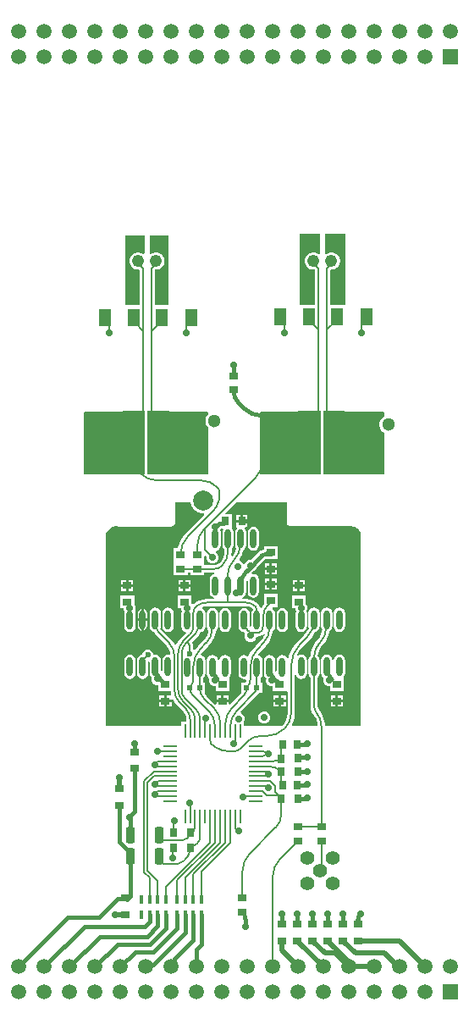
<source format=gtl>
G04*
G04 #@! TF.GenerationSoftware,Altium Limited,Altium Designer,22.4.2 (48)*
G04*
G04 Layer_Physical_Order=1*
G04 Layer_Color=255*
%FSLAX25Y25*%
%MOIN*%
G70*
G04*
G04 #@! TF.SameCoordinates,D9425D36-0AFB-4970-BFF6-08718D8895E8*
G04*
G04*
G04 #@! TF.FilePolarity,Positive*
G04*
G01*
G75*
%ADD11C,0.01575*%
%ADD14C,0.00787*%
%ADD15C,0.00600*%
%ADD18O,0.02362X0.07480*%
%ADD19R,0.03543X0.03150*%
%ADD20R,0.03150X0.03543*%
G04:AMPARAMS|DCode=21|XSize=64.96mil|YSize=35.43mil|CornerRadius=8.86mil|HoleSize=0mil|Usage=FLASHONLY|Rotation=270.000|XOffset=0mil|YOffset=0mil|HoleType=Round|Shape=RoundedRectangle|*
%AMROUNDEDRECTD21*
21,1,0.06496,0.01772,0,0,270.0*
21,1,0.04724,0.03543,0,0,270.0*
1,1,0.01772,-0.00886,-0.02362*
1,1,0.01772,-0.00886,0.02362*
1,1,0.01772,0.00886,0.02362*
1,1,0.01772,0.00886,-0.02362*
%
%ADD21ROUNDEDRECTD21*%
%ADD22R,0.01772X0.03347*%
%ADD23R,0.00900X0.05350*%
%ADD24R,0.05350X0.00900*%
%ADD25R,0.02362X0.01968*%
%ADD26R,0.04528X0.07087*%
%ADD38C,0.00799*%
%ADD39C,0.00799*%
%ADD40C,0.01968*%
%ADD41C,0.05906*%
%ADD42R,0.05906X0.05906*%
%ADD43C,0.05512*%
%ADD44C,0.04780*%
%ADD45C,0.02756*%
%ADD46C,0.02362*%
%ADD47C,0.07874*%
%ADD48C,0.05118*%
G36*
X-45114Y103600D02*
X-45576Y103409D01*
X-45604Y103437D01*
X-46377Y103883D01*
X-47239Y104114D01*
X-48131D01*
X-48993Y103883D01*
X-49766Y103437D01*
X-50397Y102806D01*
X-50844Y102033D01*
X-51075Y101171D01*
Y100278D01*
X-50844Y99416D01*
X-50397Y98643D01*
X-49766Y98012D01*
X-48993Y97566D01*
X-48131Y97334D01*
X-47246D01*
X-47041Y97129D01*
Y83339D01*
X-52740D01*
X-52740Y83339D01*
Y83339D01*
X-52740Y83339D01*
X-53185Y83472D01*
Y111295D01*
X-45114D01*
Y103600D01*
D02*
G37*
G36*
X-114185D02*
X-114647Y103409D01*
X-114675Y103437D01*
X-115448Y103883D01*
X-116310Y104114D01*
X-117202D01*
X-118064Y103883D01*
X-118837Y103437D01*
X-119469Y102806D01*
X-119915Y102033D01*
X-120146Y101171D01*
Y100278D01*
X-119915Y99416D01*
X-119469Y98643D01*
X-118837Y98012D01*
X-118064Y97566D01*
X-117202Y97334D01*
X-116317D01*
X-116112Y97129D01*
Y83295D01*
X-121685D01*
Y110795D01*
X-114185D01*
Y103600D01*
D02*
G37*
G36*
X-35185Y83780D02*
X-35327Y83339D01*
X-41028D01*
Y97215D01*
X-40909Y97334D01*
X-40168D01*
X-39306Y97566D01*
X-38533Y98012D01*
X-37901Y98643D01*
X-37455Y99416D01*
X-37224Y100278D01*
Y101171D01*
X-37455Y102033D01*
X-37901Y102806D01*
X-38533Y103437D01*
X-39306Y103883D01*
X-40168Y104114D01*
X-41060D01*
X-41922Y103883D01*
X-42614Y103484D01*
X-43114Y103650D01*
Y106795D01*
Y111295D01*
X-35185D01*
Y83780D01*
D02*
G37*
G36*
X-104685Y83295D02*
X-110099D01*
Y97215D01*
X-109980Y97334D01*
X-109239D01*
X-108377Y97566D01*
X-107604Y98012D01*
X-106973Y98643D01*
X-106526Y99416D01*
X-106295Y100278D01*
Y101171D01*
X-106526Y102033D01*
X-106973Y102806D01*
X-107604Y103437D01*
X-108377Y103883D01*
X-109239Y104114D01*
X-110131D01*
X-110993Y103883D01*
X-111685Y103484D01*
X-112185Y103650D01*
Y106795D01*
Y110795D01*
X-104685D01*
Y83295D01*
D02*
G37*
G36*
X-44634Y16795D02*
X-68614D01*
Y40933D01*
X-68177Y41266D01*
X-67706D01*
X-67685Y41264D01*
Y41266D01*
X-56185D01*
Y41264D01*
X-56164Y41266D01*
X-55693D01*
X-55545Y41295D01*
X-55394D01*
X-54932Y41387D01*
X-54911Y41389D01*
X-54891Y41395D01*
X-54428Y41487D01*
X-54289Y41545D01*
X-54141Y41574D01*
X-53706Y41755D01*
X-53686Y41761D01*
X-53667Y41771D01*
X-53608Y41795D01*
X-44634D01*
Y16795D01*
D02*
G37*
G36*
X-114205Y16814D02*
X-114220Y16795D01*
X-138185D01*
Y40967D01*
X-138160Y41014D01*
X-137685Y41337D01*
X-137476Y41295D01*
X-137325D01*
X-137178Y41266D01*
X-136706D01*
X-136685Y41264D01*
Y41266D01*
X-125185D01*
Y41264D01*
X-125164Y41266D01*
X-124693D01*
X-124545Y41295D01*
X-124394D01*
X-123932Y41387D01*
X-123911Y41389D01*
X-123891Y41395D01*
X-123428Y41487D01*
X-123289Y41545D01*
X-123141Y41574D01*
X-122706Y41755D01*
X-122686Y41761D01*
X-122667Y41771D01*
X-122608Y41795D01*
X-114205D01*
Y16814D01*
D02*
G37*
G36*
X-35703Y41771D02*
X-35684Y41761D01*
X-35664Y41755D01*
X-35229Y41574D01*
X-35081Y41545D01*
X-34942Y41487D01*
X-34479Y41395D01*
X-34459Y41389D01*
X-34438Y41387D01*
X-33976Y41295D01*
X-33825D01*
X-33678Y41266D01*
X-33206D01*
X-33185Y41264D01*
Y41266D01*
X-21685D01*
Y41264D01*
X-21664Y41266D01*
X-21193D01*
X-21045Y41295D01*
X-20894D01*
X-20432Y41387D01*
X-20411Y41389D01*
X-20391Y41395D01*
X-20114Y41451D01*
X-19709Y41200D01*
X-19618Y41082D01*
X-19614Y41070D01*
Y39580D01*
X-20370Y39143D01*
X-21033Y38481D01*
X-21502Y37669D01*
X-21744Y36764D01*
Y35827D01*
X-21502Y34922D01*
X-21033Y34110D01*
X-20370Y33447D01*
X-19614Y33011D01*
Y16795D01*
X-43614D01*
Y41795D01*
X-35762D01*
X-35703Y41771D01*
D02*
G37*
G36*
X-104703D02*
X-104684Y41761D01*
X-104665Y41755D01*
X-104229Y41574D01*
X-104081Y41545D01*
X-103942Y41487D01*
X-103479Y41395D01*
X-103459Y41389D01*
X-103438Y41387D01*
X-102976Y41295D01*
X-102825D01*
X-102678Y41266D01*
X-102206D01*
X-102185Y41264D01*
Y41266D01*
X-90685D01*
Y41264D01*
X-90664Y41266D01*
X-90193D01*
X-90045Y41295D01*
X-89894D01*
X-89685Y41337D01*
X-89210Y41014D01*
X-89185Y40967D01*
Y40328D01*
X-89533Y39981D01*
X-90001Y39169D01*
X-90244Y38264D01*
Y37327D01*
X-90001Y36421D01*
X-89533Y35610D01*
X-89185Y35262D01*
Y16795D01*
X-113150D01*
X-113185Y16814D01*
Y41795D01*
X-104762D01*
X-104703Y41771D01*
D02*
G37*
G36*
X-96122Y5645D02*
X-95786Y4390D01*
X-95136Y3264D01*
X-94216Y2345D01*
X-93091Y1695D01*
X-91835Y1358D01*
X-90847D01*
X-90640Y858D01*
X-98072Y-6574D01*
X-98078Y-6568D01*
X-99243Y-7933D01*
X-100181Y-9463D01*
X-100867Y-11120D01*
X-101178Y-12413D01*
X-102764D01*
Y-17563D01*
X-102764D01*
Y-17925D01*
X-102764D01*
Y-23075D01*
X-97220D01*
Y-21927D01*
X-96264D01*
Y-23075D01*
X-90720D01*
Y-21927D01*
X-86812D01*
Y-21928D01*
X-86811Y-21928D01*
X-86737Y-22423D01*
X-87188Y-22512D01*
X-87909Y-22994D01*
X-88391Y-23716D01*
X-88560Y-24567D01*
Y-29685D01*
X-88391Y-30536D01*
X-87909Y-31258D01*
X-87188Y-31740D01*
X-86798Y-31817D01*
X-86847Y-32317D01*
X-89664D01*
Y-32305D01*
X-91277Y-32463D01*
X-92828Y-32934D01*
X-94257Y-33698D01*
X-94480Y-33881D01*
X-94855Y-34181D01*
X-94989Y-34253D01*
X-95058Y-34343D01*
X-95681Y-34334D01*
X-95720Y-34295D01*
Y-30898D01*
X-101264D01*
Y-36047D01*
X-99870D01*
Y-36360D01*
X-99528Y-37185D01*
X-99547Y-37212D01*
X-99716Y-38063D01*
Y-43181D01*
X-99547Y-44032D01*
X-99065Y-44754D01*
X-98343Y-45236D01*
X-98039Y-45296D01*
X-97874Y-45839D01*
X-100043Y-48007D01*
X-100043Y-48008D01*
X-100051Y-47999D01*
X-101062Y-49230D01*
X-101671Y-50370D01*
X-102237D01*
X-102446Y-49979D01*
X-103474Y-48726D01*
X-103474Y-48726D01*
X-103837Y-48382D01*
X-107233Y-44985D01*
X-107235Y-44984D01*
X-107236Y-44982D01*
X-107277Y-44955D01*
X-107970Y-44051D01*
X-107996Y-43989D01*
X-107938Y-43902D01*
X-107768Y-43051D01*
Y-37933D01*
X-107938Y-37082D01*
X-108420Y-36361D01*
X-109141Y-35879D01*
X-109992Y-35709D01*
X-110843Y-35879D01*
X-111565Y-36361D01*
X-112047Y-37082D01*
X-112216Y-37933D01*
Y-43051D01*
X-112047Y-43902D01*
X-111565Y-44624D01*
X-110843Y-45106D01*
X-110566Y-45161D01*
X-110179Y-45886D01*
X-109565Y-46633D01*
X-109260Y-47005D01*
X-109257Y-47009D01*
X-109251Y-47003D01*
X-105848Y-50407D01*
X-105501Y-50753D01*
X-105187Y-51123D01*
X-104622Y-51860D01*
X-104080Y-53168D01*
X-103979Y-53935D01*
X-104432Y-54325D01*
X-104992Y-54213D01*
X-105843Y-54382D01*
X-106565Y-54865D01*
X-107047Y-55586D01*
X-107216Y-56437D01*
Y-60455D01*
X-107716Y-60685D01*
X-107768Y-60641D01*
Y-56437D01*
X-107938Y-55586D01*
X-108420Y-54865D01*
X-109141Y-54382D01*
X-109992Y-54213D01*
X-110294Y-54273D01*
X-110681Y-53956D01*
Y-53926D01*
X-111013Y-53124D01*
X-111627Y-52511D01*
X-112428Y-52179D01*
X-113296D01*
X-114098Y-52511D01*
X-114711Y-53124D01*
X-115043Y-53926D01*
Y-54223D01*
X-115843Y-54382D01*
X-116565Y-54865D01*
X-117047Y-55586D01*
X-117216Y-56437D01*
Y-61555D01*
X-117047Y-62406D01*
X-116565Y-63128D01*
X-115843Y-63610D01*
X-114992Y-63779D01*
X-114141Y-63610D01*
X-113420Y-63128D01*
X-112938Y-62406D01*
X-112768Y-61555D01*
Y-56864D01*
X-112716Y-56841D01*
X-112216Y-57170D01*
Y-61555D01*
X-112047Y-62406D01*
X-111565Y-63128D01*
X-111366Y-63261D01*
X-111370Y-63271D01*
Y-64217D01*
X-111008Y-65091D01*
X-110339Y-65760D01*
X-109465Y-66122D01*
X-108764D01*
Y-68590D01*
X-103863D01*
X-103758Y-69649D01*
X-103690Y-69876D01*
X-104060Y-70376D01*
X-105453D01*
Y-72051D01*
X-103581D01*
Y-71793D01*
X-103081Y-71668D01*
X-102375Y-72989D01*
X-101533Y-74015D01*
X-101226Y-74390D01*
X-101223Y-74393D01*
X-101210Y-74381D01*
X-98920Y-76672D01*
X-98920Y-76672D01*
X-98920Y-76672D01*
X-98616Y-77046D01*
X-98248Y-77526D01*
X-97831Y-78532D01*
X-97694Y-79572D01*
X-97702Y-79612D01*
Y-80569D01*
X-99694D01*
Y-82244D01*
X-129463D01*
Y-7242D01*
X-129454Y-7071D01*
X-129405Y-6695D01*
X-129306Y-6199D01*
X-129206Y-5958D01*
X-127239Y-3991D01*
X-126997Y-3891D01*
X-126502Y-3792D01*
X-126126Y-3743D01*
X-125954Y-3734D01*
X-124851D01*
X-124653Y-3774D01*
X-124646Y-3774D01*
Y-3774D01*
X-103724D01*
X-103724Y-3774D01*
X-103717Y-3774D01*
X-103445Y-3720D01*
X-103434Y-3717D01*
X-103132Y-3657D01*
X-103128Y-3656D01*
X-103124Y-3655D01*
X-103121Y-3653D01*
X-103117Y-3651D01*
X-103117Y-3651D01*
X-103117Y-3651D01*
X-102879Y-3492D01*
X-102621Y-3320D01*
X-102621Y-3320D01*
X-102621Y-3320D01*
X-102618Y-3317D01*
X-102615Y-3314D01*
X-102612Y-3311D01*
X-102610Y-3308D01*
X-102451Y-3071D01*
X-102278Y-2813D01*
X-102277Y-2809D01*
X-102274Y-2805D01*
X-102274Y-2802D01*
X-102272Y-2798D01*
X-102272Y-2798D01*
X-102272Y-2798D01*
X-102214Y-2504D01*
X-102212Y-2495D01*
X-102156Y-2213D01*
X-102155Y-2205D01*
X-102156D01*
Y1756D01*
Y5756D01*
X-102123Y5795D01*
X-96122D01*
Y5645D01*
D02*
G37*
G36*
X-83257Y-5011D02*
X-83391Y-5212D01*
X-83561Y-6063D01*
Y-11181D01*
X-83391Y-12032D01*
X-82909Y-12754D01*
X-82764Y-12851D01*
Y-13535D01*
X-82758Y-13566D01*
X-82881Y-14823D01*
X-83257Y-16061D01*
X-83867Y-17202D01*
X-84668Y-18178D01*
X-84694Y-18196D01*
X-84699Y-18203D01*
X-85313Y-18674D01*
X-86036Y-18974D01*
X-86803Y-19075D01*
X-86812Y-19073D01*
X-90720D01*
Y-17925D01*
X-90720D01*
Y-17563D01*
X-90720D01*
Y-15451D01*
X-90259Y-15260D01*
X-89878Y-15640D01*
Y-16473D01*
X-89516Y-17347D01*
X-88847Y-18016D01*
X-87973Y-18378D01*
X-87027D01*
X-86153Y-18016D01*
X-85484Y-17347D01*
X-85122Y-16473D01*
Y-15527D01*
X-85484Y-14653D01*
X-86153Y-13984D01*
X-86178Y-13883D01*
X-85808Y-13300D01*
X-85486Y-13236D01*
X-84764Y-12754D01*
X-84282Y-12032D01*
X-84113Y-11181D01*
Y-6063D01*
X-84282Y-5212D01*
X-84372Y-5077D01*
X-84154Y-4551D01*
X-84114Y-4511D01*
X-83524D01*
X-83257Y-5011D01*
D02*
G37*
G36*
X-58214Y5756D02*
Y1795D01*
Y-2205D01*
X-58098Y-2790D01*
X-57766Y-3286D01*
X-57270Y-3618D01*
X-56685Y-3734D01*
X-32530D01*
X-32359Y-3743D01*
X-31982Y-3792D01*
X-31487Y-3891D01*
X-30860Y-4151D01*
X-30439Y-4431D01*
X-30234Y-4589D01*
X-29877Y-4946D01*
X-29719Y-5152D01*
X-29438Y-5572D01*
X-29178Y-6199D01*
X-29079Y-6695D01*
X-29030Y-7071D01*
X-29021Y-7242D01*
Y-82244D01*
X-43108D01*
X-43198Y-81097D01*
X-43617Y-79353D01*
X-44304Y-77695D01*
X-45241Y-76165D01*
X-45507Y-75854D01*
X-45551Y-75787D01*
X-45823Y-75400D01*
X-45942Y-75222D01*
X-46071Y-74575D01*
X-46065Y-74547D01*
Y-63225D01*
X-45920Y-63128D01*
X-45438Y-62406D01*
X-45268Y-61555D01*
Y-56437D01*
X-45438Y-55586D01*
X-45920Y-54865D01*
X-46029Y-54792D01*
X-45940Y-53891D01*
X-45535Y-52555D01*
X-44877Y-51324D01*
X-44305Y-50627D01*
X-43971Y-50265D01*
X-43971Y-50265D01*
X-42839Y-48885D01*
X-41998Y-47311D01*
X-41480Y-45603D01*
X-41416Y-44955D01*
X-40920Y-44624D01*
X-40438Y-43902D01*
X-40268Y-43051D01*
Y-37933D01*
X-40438Y-37082D01*
X-40920Y-36361D01*
X-41641Y-35879D01*
X-42492Y-35709D01*
X-43343Y-35879D01*
X-44065Y-36361D01*
X-44547Y-37082D01*
X-44716Y-37933D01*
Y-43051D01*
X-44547Y-43902D01*
X-44223Y-44387D01*
X-44287Y-45044D01*
X-44643Y-46215D01*
X-45220Y-47294D01*
X-45682Y-47859D01*
X-46016Y-48220D01*
X-46016Y-48220D01*
X-47257Y-49733D01*
X-48180Y-51459D01*
X-48748Y-53332D01*
X-48887Y-54746D01*
X-49065Y-54865D01*
X-49547Y-55586D01*
X-49716Y-56437D01*
Y-61555D01*
X-49547Y-62406D01*
X-49065Y-63128D01*
X-48919Y-63225D01*
Y-74547D01*
X-48931D01*
X-48774Y-75743D01*
X-48312Y-76857D01*
X-48036Y-77217D01*
X-48022Y-77237D01*
X-48048Y-77260D01*
X-47348Y-78113D01*
X-46554Y-79598D01*
X-46066Y-81210D01*
X-46000Y-81874D01*
X-46336Y-82244D01*
X-55968D01*
X-56225Y-81815D01*
X-55804Y-81029D01*
X-55236Y-79156D01*
X-55045Y-77209D01*
X-55065D01*
Y-62363D01*
X-54565Y-62313D01*
X-54547Y-62406D01*
X-54065Y-63128D01*
X-53343Y-63610D01*
X-52492Y-63779D01*
X-51641Y-63610D01*
X-50920Y-63128D01*
X-50438Y-62406D01*
X-50268Y-61555D01*
Y-56437D01*
X-50438Y-55586D01*
X-50920Y-54865D01*
X-51641Y-54382D01*
X-52492Y-54213D01*
X-53343Y-54382D01*
X-53740Y-54648D01*
X-54122Y-54301D01*
X-53355Y-52867D01*
X-52131Y-51376D01*
X-52054Y-51324D01*
X-49412Y-48682D01*
X-49406Y-48688D01*
X-48241Y-47323D01*
X-47304Y-45793D01*
X-47053Y-45188D01*
X-46641Y-45106D01*
X-45920Y-44624D01*
X-45438Y-43902D01*
X-45268Y-43051D01*
Y-37933D01*
X-45438Y-37082D01*
X-45920Y-36361D01*
X-46641Y-35879D01*
X-47492Y-35709D01*
X-48343Y-35879D01*
X-49065Y-36361D01*
X-49547Y-37082D01*
X-49716Y-37933D01*
Y-43051D01*
X-49551Y-43879D01*
X-49554Y-43890D01*
X-50348Y-45375D01*
X-51376Y-46628D01*
X-51430Y-46664D01*
X-54072Y-49306D01*
X-54072Y-49306D01*
X-54081Y-49297D01*
X-55421Y-50866D01*
X-56499Y-52625D01*
X-57289Y-54531D01*
X-57515Y-55473D01*
X-58048Y-55551D01*
X-58420Y-54994D01*
X-59141Y-54512D01*
X-59992Y-54343D01*
X-60843Y-54512D01*
X-61565Y-54994D01*
X-62047Y-55716D01*
X-62216Y-56567D01*
Y-60523D01*
X-62716Y-60753D01*
X-62768Y-60708D01*
Y-56567D01*
X-62938Y-55716D01*
X-63420Y-54994D01*
X-64141Y-54512D01*
X-64992Y-54343D01*
X-65843Y-54512D01*
X-66565Y-54994D01*
X-67047Y-55716D01*
X-67216Y-56567D01*
Y-61685D01*
X-67047Y-62536D01*
X-66565Y-63257D01*
X-66246Y-63471D01*
X-66370Y-63771D01*
Y-64717D01*
X-66008Y-65591D01*
X-65339Y-66260D01*
X-64465Y-66622D01*
X-63764D01*
Y-68590D01*
X-58220D01*
X-57919Y-68966D01*
Y-77209D01*
X-57911Y-77248D01*
X-58044Y-78598D01*
X-58449Y-79933D01*
X-59107Y-81164D01*
X-59684Y-81867D01*
X-60001Y-82235D01*
X-60001Y-82235D01*
X-60010Y-82244D01*
X-75135D01*
Y-80998D01*
X-74984Y-80847D01*
X-74622Y-79973D01*
Y-79027D01*
X-74984Y-78153D01*
X-75653Y-77484D01*
X-76269Y-77229D01*
X-76275Y-77223D01*
X-76390Y-76660D01*
X-70098Y-70368D01*
X-69740Y-70018D01*
X-69630Y-69892D01*
X-69577Y-69812D01*
X-69576Y-69812D01*
X-69544Y-69763D01*
X-69447Y-69637D01*
X-69133Y-69228D01*
X-67843D01*
Y-65260D01*
X-68565D01*
Y-63355D01*
X-68420Y-63257D01*
X-67938Y-62536D01*
X-67768Y-61685D01*
Y-56567D01*
X-67938Y-55716D01*
X-68420Y-54994D01*
X-69141Y-54512D01*
X-69332Y-54474D01*
X-69489Y-53934D01*
X-68608Y-52860D01*
X-68554Y-52824D01*
X-66837Y-51107D01*
X-66469Y-50768D01*
X-66469Y-50768D01*
X-65227Y-49255D01*
X-64304Y-47529D01*
X-63736Y-45656D01*
X-63663Y-44916D01*
X-63420Y-44754D01*
X-62938Y-44032D01*
X-62768Y-43181D01*
Y-38063D01*
X-62938Y-37212D01*
X-63420Y-36490D01*
X-63684Y-36314D01*
X-63786Y-35645D01*
X-63707Y-35547D01*
X-61721D01*
Y-30398D01*
X-67264D01*
Y-34357D01*
X-67585Y-34748D01*
X-68147Y-35800D01*
X-68664Y-35706D01*
X-68673Y-35640D01*
X-68985Y-34884D01*
X-69478Y-34243D01*
X-69483Y-34235D01*
X-69480Y-34232D01*
X-70473Y-33417D01*
X-71606Y-32812D01*
X-72835Y-32439D01*
X-74114Y-32313D01*
Y-32317D01*
X-75826D01*
X-75875Y-31817D01*
X-75486Y-31740D01*
X-74764Y-31258D01*
X-74282Y-30536D01*
X-74113Y-29685D01*
Y-25183D01*
X-74060Y-25132D01*
X-73561Y-25344D01*
Y-29685D01*
X-73391Y-30536D01*
X-72909Y-31258D01*
X-72188Y-31740D01*
X-71337Y-31909D01*
X-70486Y-31740D01*
X-69764Y-31258D01*
X-69282Y-30536D01*
X-69113Y-29685D01*
Y-24567D01*
X-69282Y-23716D01*
X-69764Y-22994D01*
X-70486Y-22512D01*
X-71337Y-22343D01*
X-71924Y-22460D01*
X-72170Y-21999D01*
X-71633Y-21462D01*
X-71145Y-21260D01*
X-70476Y-20591D01*
X-70274Y-20103D01*
X-66761Y-16590D01*
X-61721D01*
Y-11441D01*
X-67264D01*
Y-12827D01*
X-67349Y-12838D01*
X-68389Y-13269D01*
X-69282Y-13954D01*
X-69281Y-13955D01*
X-72192Y-16866D01*
X-72965D01*
X-73839Y-17228D01*
X-74508Y-17897D01*
X-74778Y-18550D01*
X-75320D01*
X-75484Y-18153D01*
X-76153Y-17484D01*
X-76673Y-17269D01*
X-76824Y-16665D01*
X-76727Y-16547D01*
X-75804Y-14821D01*
X-75282Y-13100D01*
X-74764Y-12754D01*
X-74282Y-12032D01*
X-74113Y-11181D01*
Y-6063D01*
X-74282Y-5212D01*
X-74733Y-4537D01*
X-74611Y-4037D01*
X-73703D01*
Y-2165D01*
X-75878D01*
X-78053D01*
Y-4037D01*
X-78053D01*
X-77940Y-4537D01*
X-78391Y-5212D01*
X-78561Y-6063D01*
Y-11181D01*
X-78391Y-12032D01*
X-78078Y-12501D01*
X-78449Y-13725D01*
X-79107Y-14956D01*
X-79525Y-15465D01*
X-80033Y-15379D01*
X-80069Y-15340D01*
X-79891Y-13535D01*
X-79910D01*
Y-12851D01*
X-79764Y-12754D01*
X-79282Y-12032D01*
X-79113Y-11181D01*
Y-6063D01*
X-79282Y-5212D01*
X-79764Y-4490D01*
X-79839Y-4441D01*
Y1067D01*
X-82242D01*
X-82433Y1529D01*
X-78167Y5795D01*
X-58247D01*
X-58214Y5756D01*
D02*
G37*
G36*
X-89664Y-35171D02*
X-74114D01*
X-74086Y-35166D01*
X-73155Y-35288D01*
X-72262Y-35658D01*
X-71877Y-35953D01*
X-71774Y-36036D01*
X-71565Y-36490D01*
X-72047Y-37212D01*
X-72216Y-38063D01*
Y-42874D01*
X-72229Y-42892D01*
X-72716Y-43113D01*
X-72768Y-43067D01*
Y-38063D01*
X-72938Y-37212D01*
X-73420Y-36490D01*
X-74141Y-36008D01*
X-74992Y-35839D01*
X-75843Y-36008D01*
X-76565Y-36490D01*
X-77047Y-37212D01*
X-77216Y-38063D01*
Y-43181D01*
X-77047Y-44032D01*
X-76565Y-44754D01*
X-75843Y-45236D01*
X-75021Y-45399D01*
X-74721Y-45785D01*
X-74774Y-46038D01*
X-74870Y-46271D01*
Y-47217D01*
X-74508Y-48091D01*
X-73839Y-48760D01*
X-72965Y-49122D01*
X-72019D01*
X-71145Y-48760D01*
X-70476Y-48091D01*
X-70114Y-47217D01*
Y-47155D01*
X-69094Y-47021D01*
X-67935Y-46541D01*
X-67374Y-46111D01*
X-66942Y-46410D01*
X-66949Y-46433D01*
X-67607Y-47664D01*
X-68184Y-48366D01*
X-68501Y-48735D01*
X-68501Y-48735D01*
X-70572Y-50806D01*
X-70578Y-50801D01*
X-71743Y-52165D01*
X-72681Y-53695D01*
X-73083Y-54667D01*
X-73686Y-54816D01*
X-74141Y-54512D01*
X-74992Y-54343D01*
X-75843Y-54512D01*
X-76565Y-54994D01*
X-77047Y-55716D01*
X-77216Y-56567D01*
Y-61685D01*
X-77047Y-62536D01*
X-76565Y-63257D01*
X-75843Y-63740D01*
X-74992Y-63909D01*
X-74428Y-63797D01*
X-73975Y-64184D01*
X-74033Y-64629D01*
X-74295Y-65260D01*
X-76142D01*
Y-69187D01*
X-76297Y-69475D01*
X-76391Y-69625D01*
X-80572Y-73806D01*
X-80578Y-73801D01*
X-80612Y-73841D01*
X-81081Y-73668D01*
Y-73051D01*
X-83453D01*
X-85824D01*
Y-73740D01*
X-86286Y-73932D01*
X-89416Y-70803D01*
X-89769Y-70449D01*
X-90076Y-70076D01*
X-90342Y-69728D01*
X-90342Y-69228D01*
X-90342Y-69228D01*
X-90342Y-69228D01*
Y-65260D01*
X-91065D01*
Y-63355D01*
X-90920Y-63257D01*
X-90438Y-62536D01*
X-90268Y-61685D01*
Y-56567D01*
X-90438Y-55716D01*
X-90920Y-54994D01*
X-91641Y-54512D01*
X-91832Y-54474D01*
X-91989Y-53934D01*
X-91108Y-52860D01*
X-91054Y-52824D01*
X-89337Y-51107D01*
X-88968Y-50768D01*
X-88968Y-50768D01*
X-87727Y-49255D01*
X-86804Y-47529D01*
X-86236Y-45656D01*
X-86163Y-44916D01*
X-85920Y-44754D01*
X-85438Y-44032D01*
X-85268Y-43181D01*
Y-38063D01*
X-85438Y-37212D01*
X-85920Y-36490D01*
X-86641Y-36008D01*
X-87492Y-35839D01*
X-88343Y-36008D01*
X-89065Y-36490D01*
X-89547Y-37212D01*
X-89716Y-38063D01*
Y-43181D01*
X-89547Y-44032D01*
X-89065Y-44754D01*
X-89014Y-44788D01*
X-89044Y-45098D01*
X-89449Y-46433D01*
X-90107Y-47664D01*
X-90684Y-48366D01*
X-91001Y-48735D01*
X-91001Y-48735D01*
X-93072Y-50806D01*
X-93078Y-50801D01*
X-94195Y-52109D01*
X-94581Y-52171D01*
X-94764Y-52174D01*
X-95073Y-51895D01*
Y-50506D01*
X-95073Y-50506D01*
X-95182Y-49960D01*
X-95491Y-49497D01*
X-95238Y-49076D01*
X-93432Y-47270D01*
X-93290Y-47128D01*
X-93271Y-47111D01*
X-93042Y-46937D01*
X-93028Y-46905D01*
X-92767Y-46474D01*
X-92427Y-46060D01*
X-92027Y-45312D01*
X-91641Y-45236D01*
X-90920Y-44754D01*
X-90438Y-44032D01*
X-90268Y-43181D01*
Y-38063D01*
X-90438Y-37212D01*
X-90920Y-36490D01*
X-91547Y-36072D01*
X-91589Y-35548D01*
X-91068Y-35332D01*
X-89736Y-35157D01*
X-89664Y-35171D01*
D02*
G37*
%LPC*%
G36*
X-96160Y-24762D02*
X-98032D01*
Y-26437D01*
X-96160D01*
Y-24762D01*
D02*
G37*
G36*
X-99032D02*
X-100903D01*
Y-26437D01*
X-99032D01*
Y-24762D01*
D02*
G37*
G36*
X-118660D02*
X-120531D01*
Y-26437D01*
X-118660D01*
Y-24762D01*
D02*
G37*
G36*
X-121531D02*
X-123403D01*
Y-26437D01*
X-121531D01*
Y-24762D01*
D02*
G37*
G36*
X-96160Y-27437D02*
X-98032D01*
Y-29112D01*
X-96160D01*
Y-27437D01*
D02*
G37*
G36*
X-99032D02*
X-100903D01*
Y-29112D01*
X-99032D01*
Y-27437D01*
D02*
G37*
G36*
X-118660D02*
X-120531D01*
Y-29112D01*
X-118660D01*
Y-27437D01*
D02*
G37*
G36*
X-121531D02*
X-123403D01*
Y-29112D01*
X-121531D01*
Y-27437D01*
D02*
G37*
G36*
X-114492Y-36217D02*
Y-39992D01*
X-113176D01*
Y-37933D01*
X-113314Y-37238D01*
X-113708Y-36649D01*
X-114297Y-36255D01*
X-114492Y-36217D01*
D02*
G37*
G36*
X-115492D02*
X-115687Y-36255D01*
X-116276Y-36649D01*
X-116670Y-37238D01*
X-116808Y-37933D01*
Y-39992D01*
X-115492D01*
Y-36217D01*
D02*
G37*
G36*
X-113176Y-40992D02*
X-114492D01*
Y-44768D01*
X-114297Y-44729D01*
X-113708Y-44335D01*
X-113314Y-43746D01*
X-113176Y-43051D01*
Y-40992D01*
D02*
G37*
G36*
X-115492D02*
X-116808D01*
Y-43051D01*
X-116670Y-43746D01*
X-116276Y-44335D01*
X-115687Y-44729D01*
X-115492Y-44768D01*
Y-40992D01*
D02*
G37*
G36*
X-104992Y-35709D02*
X-105843Y-35879D01*
X-106565Y-36361D01*
X-107047Y-37082D01*
X-107216Y-37933D01*
Y-43051D01*
X-107047Y-43902D01*
X-106565Y-44624D01*
X-105843Y-45106D01*
X-104992Y-45275D01*
X-104141Y-45106D01*
X-103420Y-44624D01*
X-102938Y-43902D01*
X-102768Y-43051D01*
Y-37933D01*
X-102938Y-37082D01*
X-103420Y-36361D01*
X-104141Y-35879D01*
X-104992Y-35709D01*
D02*
G37*
G36*
X-118220Y-30898D02*
X-123764D01*
Y-36047D01*
X-122370D01*
Y-36360D01*
X-122055Y-37121D01*
X-122216Y-37933D01*
Y-43051D01*
X-122047Y-43902D01*
X-121565Y-44624D01*
X-120843Y-45106D01*
X-119992Y-45275D01*
X-119141Y-45106D01*
X-118420Y-44624D01*
X-117938Y-43902D01*
X-117768Y-43051D01*
Y-37933D01*
X-117930Y-37121D01*
X-117614Y-36360D01*
Y-35414D01*
X-117976Y-34540D01*
X-118220Y-34295D01*
Y-30898D01*
D02*
G37*
G36*
X-119992Y-54213D02*
X-120843Y-54382D01*
X-121565Y-54865D01*
X-122047Y-55586D01*
X-122216Y-56437D01*
Y-61555D01*
X-122047Y-62406D01*
X-121565Y-63128D01*
X-120843Y-63610D01*
X-119992Y-63779D01*
X-119141Y-63610D01*
X-118420Y-63128D01*
X-117938Y-62406D01*
X-117768Y-61555D01*
Y-56437D01*
X-117938Y-55586D01*
X-118420Y-54865D01*
X-119141Y-54382D01*
X-119992Y-54213D01*
D02*
G37*
G36*
X-106453Y-70376D02*
X-108324D01*
Y-72051D01*
X-106453D01*
Y-70376D01*
D02*
G37*
G36*
X-103581Y-73051D02*
X-105453D01*
Y-74726D01*
X-103581D01*
Y-73051D01*
D02*
G37*
G36*
X-106453D02*
X-108324D01*
Y-74726D01*
X-106453D01*
Y-73051D01*
D02*
G37*
G36*
X-73703Y706D02*
X-75378D01*
Y-1165D01*
X-73703D01*
Y706D01*
D02*
G37*
G36*
X-76378D02*
X-78053D01*
Y-1165D01*
X-76378D01*
Y706D01*
D02*
G37*
G36*
X-71337Y-3839D02*
X-72188Y-4008D01*
X-72909Y-4490D01*
X-73391Y-5212D01*
X-73561Y-6063D01*
Y-11181D01*
X-73391Y-12032D01*
X-72909Y-12754D01*
X-72188Y-13236D01*
X-71337Y-13405D01*
X-70486Y-13236D01*
X-69764Y-12754D01*
X-69282Y-12032D01*
X-69113Y-11181D01*
Y-6063D01*
X-69282Y-5212D01*
X-69764Y-4490D01*
X-70486Y-4008D01*
X-71337Y-3839D01*
D02*
G37*
G36*
X-62081Y-18376D02*
X-63953D01*
Y-20051D01*
X-62081D01*
Y-18376D01*
D02*
G37*
G36*
X-64953D02*
X-66824D01*
Y-20051D01*
X-64953D01*
Y-18376D01*
D02*
G37*
G36*
X-62081Y-21051D02*
X-63953D01*
Y-22726D01*
X-62081D01*
Y-21051D01*
D02*
G37*
G36*
X-64953D02*
X-66824D01*
Y-22726D01*
X-64953D01*
Y-21051D01*
D02*
G37*
G36*
X-62160Y-24262D02*
X-64031D01*
Y-25937D01*
X-62160D01*
Y-24262D01*
D02*
G37*
G36*
X-65031D02*
X-66903D01*
Y-25937D01*
X-65031D01*
Y-24262D01*
D02*
G37*
G36*
X-51160Y-24762D02*
X-53031D01*
Y-26437D01*
X-51160D01*
Y-24762D01*
D02*
G37*
G36*
X-54031D02*
X-55903D01*
Y-26437D01*
X-54031D01*
Y-24762D01*
D02*
G37*
G36*
X-62160Y-26937D02*
X-64031D01*
Y-28612D01*
X-62160D01*
Y-26937D01*
D02*
G37*
G36*
X-65031D02*
X-66903D01*
Y-28612D01*
X-65031D01*
Y-26937D01*
D02*
G37*
G36*
X-51160Y-27437D02*
X-53031D01*
Y-29112D01*
X-51160D01*
Y-27437D01*
D02*
G37*
G36*
X-54031D02*
X-55903D01*
Y-29112D01*
X-54031D01*
Y-27437D01*
D02*
G37*
G36*
X-37492Y-35709D02*
X-38343Y-35879D01*
X-39065Y-36361D01*
X-39547Y-37082D01*
X-39716Y-37933D01*
Y-43051D01*
X-39547Y-43902D01*
X-39065Y-44624D01*
X-38343Y-45106D01*
X-37492Y-45275D01*
X-36641Y-45106D01*
X-35920Y-44624D01*
X-35438Y-43902D01*
X-35268Y-43051D01*
Y-37933D01*
X-35438Y-37082D01*
X-35920Y-36361D01*
X-36641Y-35879D01*
X-37492Y-35709D01*
D02*
G37*
G36*
X-50721Y-30898D02*
X-56264D01*
Y-36047D01*
X-54870D01*
Y-36360D01*
X-54554Y-37121D01*
X-54716Y-37933D01*
Y-43051D01*
X-54547Y-43902D01*
X-54065Y-44624D01*
X-53343Y-45106D01*
X-52492Y-45275D01*
X-51641Y-45106D01*
X-50920Y-44624D01*
X-50438Y-43902D01*
X-50268Y-43051D01*
Y-37933D01*
X-50430Y-37121D01*
X-50114Y-36360D01*
Y-35414D01*
X-50476Y-34540D01*
X-50721Y-34295D01*
Y-30898D01*
D02*
G37*
G36*
X-59992Y-35839D02*
X-60843Y-36008D01*
X-61565Y-36490D01*
X-62047Y-37212D01*
X-62216Y-38063D01*
Y-43181D01*
X-62047Y-44032D01*
X-61565Y-44754D01*
X-60843Y-45236D01*
X-59992Y-45405D01*
X-59141Y-45236D01*
X-58420Y-44754D01*
X-57938Y-44032D01*
X-57768Y-43181D01*
Y-38063D01*
X-57938Y-37212D01*
X-58420Y-36490D01*
X-59141Y-36008D01*
X-59992Y-35839D01*
D02*
G37*
G36*
X-37492Y-54213D02*
X-38343Y-54382D01*
X-39065Y-54865D01*
X-39547Y-55586D01*
X-39716Y-56437D01*
Y-60455D01*
X-40216Y-60685D01*
X-40268Y-60641D01*
Y-56437D01*
X-40438Y-55586D01*
X-40920Y-54865D01*
X-41641Y-54382D01*
X-42492Y-54213D01*
X-43343Y-54382D01*
X-44065Y-54865D01*
X-44547Y-55586D01*
X-44716Y-56437D01*
Y-61555D01*
X-44547Y-62406D01*
X-44065Y-63128D01*
X-43703Y-63369D01*
X-43870Y-63771D01*
Y-64717D01*
X-43508Y-65591D01*
X-42839Y-66260D01*
X-41965Y-66622D01*
X-41264D01*
Y-68590D01*
X-35721D01*
Y-63441D01*
X-35721Y-63441D01*
X-35721D01*
X-35795Y-62941D01*
X-35438Y-62406D01*
X-35268Y-61555D01*
Y-56437D01*
X-35438Y-55586D01*
X-35920Y-54865D01*
X-36641Y-54382D01*
X-37492Y-54213D01*
D02*
G37*
G36*
X-58581Y-70376D02*
X-60453D01*
Y-72051D01*
X-58581D01*
Y-70376D01*
D02*
G37*
G36*
X-36081D02*
X-37953D01*
Y-72051D01*
X-36081D01*
Y-70376D01*
D02*
G37*
G36*
X-61453D02*
X-63324D01*
Y-72051D01*
X-61453D01*
Y-70376D01*
D02*
G37*
G36*
X-38953D02*
X-40824D01*
Y-72051D01*
X-38953D01*
Y-70376D01*
D02*
G37*
G36*
X-36081Y-73051D02*
X-37953D01*
Y-74726D01*
X-36081D01*
Y-73051D01*
D02*
G37*
G36*
X-38953D02*
X-40824D01*
Y-74726D01*
X-38953D01*
Y-73051D01*
D02*
G37*
G36*
X-58581D02*
X-60453D01*
Y-74726D01*
X-58581D01*
Y-73051D01*
D02*
G37*
G36*
X-61453D02*
X-63324D01*
Y-74726D01*
X-61453D01*
Y-73051D01*
D02*
G37*
G36*
X-66527Y-76622D02*
X-67473D01*
X-68347Y-76984D01*
X-69016Y-77653D01*
X-69378Y-78527D01*
Y-79473D01*
X-69016Y-80347D01*
X-68347Y-81016D01*
X-67473Y-81378D01*
X-66527D01*
X-65653Y-81016D01*
X-64984Y-80347D01*
X-64622Y-79473D01*
Y-78527D01*
X-64984Y-77653D01*
X-65653Y-76984D01*
X-66527Y-76622D01*
D02*
G37*
G36*
X-82492Y-35839D02*
X-83343Y-36008D01*
X-84065Y-36490D01*
X-84547Y-37212D01*
X-84716Y-38063D01*
Y-43181D01*
X-84547Y-44032D01*
X-84065Y-44754D01*
X-83343Y-45236D01*
X-82492Y-45405D01*
X-81641Y-45236D01*
X-80920Y-44754D01*
X-80438Y-44032D01*
X-80268Y-43181D01*
Y-38063D01*
X-80438Y-37212D01*
X-80920Y-36490D01*
X-81641Y-36008D01*
X-82492Y-35839D01*
D02*
G37*
G36*
Y-54343D02*
X-83343Y-54512D01*
X-84065Y-54994D01*
X-84547Y-55716D01*
X-84716Y-56567D01*
Y-60523D01*
X-85216Y-60753D01*
X-85268Y-60708D01*
Y-56567D01*
X-85438Y-55716D01*
X-85920Y-54994D01*
X-86641Y-54512D01*
X-87492Y-54343D01*
X-88343Y-54512D01*
X-89065Y-54994D01*
X-89547Y-55716D01*
X-89716Y-56567D01*
Y-61685D01*
X-89547Y-62536D01*
X-89065Y-63257D01*
X-88746Y-63471D01*
X-88870Y-63771D01*
Y-64717D01*
X-88508Y-65591D01*
X-87839Y-66260D01*
X-86965Y-66622D01*
X-86264D01*
Y-68590D01*
X-80721D01*
Y-63441D01*
X-80721Y-63441D01*
X-80721D01*
X-80711Y-62945D01*
X-80438Y-62536D01*
X-80268Y-61685D01*
Y-56567D01*
X-80438Y-55716D01*
X-80920Y-54994D01*
X-81641Y-54512D01*
X-82492Y-54343D01*
D02*
G37*
G36*
X-81081Y-70376D02*
X-82953D01*
Y-72051D01*
X-81081D01*
Y-70376D01*
D02*
G37*
G36*
X-83953D02*
X-85824D01*
Y-72051D01*
X-83953D01*
Y-70376D01*
D02*
G37*
%LPD*%
D11*
X-109992Y-58996D02*
G03*
X-107857Y-64151I7290J0D01*
G01*
X-50958Y-105644D02*
G03*
X-49992Y-105244I0J1366D01*
G01*
X-51199Y-89744D02*
G03*
X-49992Y-89244I0J1707D01*
G01*
X-66234Y-14516D02*
G03*
X-67992Y-15244I0J-2487D01*
G01*
X-67142Y-4594D02*
G03*
X-74213Y-1665I-7071J-7071D01*
G01*
X-79185Y49674D02*
G03*
X-77149Y44760I6950J0D01*
G01*
X-75114Y42724D02*
G03*
X-68043Y39795I7071J7071D01*
G01*
X-50234Y-100344D02*
G03*
X-49992Y-100244I0J341D01*
G01*
X-53039Y-94744D02*
G03*
X-53764Y-95044I0J-1024D01*
G01*
X-36185Y-156205D02*
G03*
X-36224Y-156300I95J-95D01*
G01*
X-29185Y-156205D02*
G03*
X-30224Y-158714I2509J-2509D01*
G01*
X-42185Y-156205D02*
G03*
X-42224Y-156300I95J-95D01*
G01*
X-50475Y-110944D02*
G03*
X-49992Y-110744I0J683D01*
G01*
X-54185Y-156205D02*
G03*
X-54224Y-156300I95J-95D01*
G01*
X-48185Y-156205D02*
G03*
X-48224Y-156300I95J-95D01*
G01*
X-60185Y-156205D02*
G03*
X-60224Y-156300I95J-95D01*
G01*
X-74457Y-158426D02*
G03*
X-75685Y-155461I-4193J0D01*
G01*
X-87492Y-59126D02*
G03*
X-85449Y-64059I6977J0D01*
G01*
X-42492Y-58996D02*
G03*
X-40357Y-64151I7290J0D01*
G01*
X-73835Y-21087D02*
G03*
X-76337Y-27126I6039J-6039D01*
G01*
X-64992Y-59126D02*
G03*
X-60782Y-65530I6977J0D01*
G01*
X-107857Y-64151D02*
X-105992Y-66016D01*
X-54276Y-105644D02*
X-50958D01*
X-86500Y-4000D02*
X-86418Y-4082D01*
X-83201Y-2689D02*
X-82413Y-1902D01*
X-84869Y-2689D02*
X-83201D01*
X-86500Y-4000D02*
X-86180D01*
X-82413Y-1902D02*
Y-1705D01*
X-86180Y-4000D02*
X-84869Y-2689D01*
X-86418Y-8540D02*
X-86337Y-8622D01*
X-86418Y-8540D02*
Y-4082D01*
X-73835Y-21087D02*
X-67992Y-15244D01*
X-54276Y-89744D02*
X-51199D01*
X-66234Y-14516D02*
X-64492D01*
X-75878Y-1665D02*
X-74213D01*
X-79185Y49674D02*
Y50039D01*
X-77149Y44760D02*
X-75114Y42724D01*
X-68043Y39795D02*
X-66185D01*
X-53039Y-94744D02*
X-49992D01*
X-53764Y-100344D02*
X-50234D01*
X-67142Y-4594D02*
X-66992Y-4744D01*
X-30224Y-160398D02*
Y-158714D01*
X-36224Y-160398D02*
Y-156300D01*
X-42224Y-160398D02*
Y-156300D01*
X-53764Y-110944D02*
X-50475D01*
X-54224Y-160398D02*
Y-156300D01*
X-48224Y-160398D02*
Y-156300D01*
X-60224Y-160398D02*
Y-156300D01*
X-144433Y-157705D02*
X-132185D01*
X-122068Y-150359D02*
X-121685Y-149976D01*
X-132185Y-157705D02*
X-124840Y-150359D01*
X-122068D01*
X-120972Y-150492D02*
X-119701Y-149221D01*
X-118185Y-92476D02*
Y-89705D01*
X-118146Y-115846D02*
Y-99012D01*
X-120185Y-117885D02*
X-118146Y-115846D01*
X-120185Y-118205D02*
Y-117885D01*
X-124146Y-127823D02*
X-119701Y-132268D01*
X-124146Y-127823D02*
Y-113512D01*
X-119701Y-133744D02*
Y-132268D01*
X-74457Y-161205D02*
Y-158426D01*
X-119701Y-125244D02*
Y-119009D01*
X-120185Y-118524D02*
X-119701Y-119009D01*
X-120185Y-118524D02*
Y-118205D01*
X-163760Y-177032D02*
X-144433Y-157705D01*
X-119701Y-149221D02*
Y-133744D01*
X-137933Y-161205D02*
X-114185D01*
X-153760Y-177032D02*
X-137933Y-161205D01*
X-114185D02*
X-112240Y-159260D01*
X-124933Y-168205D02*
X-112185D01*
X-105842Y-161862D01*
X-133760Y-177032D02*
X-124933Y-168205D01*
X-131933Y-165205D02*
X-113185D01*
X-108992Y-161012D01*
X-143760Y-177032D02*
X-131933Y-165205D01*
X-105842Y-161862D02*
Y-156744D01*
X-112240Y-156843D02*
X-112142Y-156744D01*
X-112240Y-159260D02*
Y-156843D01*
X-101291Y-161811D02*
Y-156744D01*
X-117933Y-171205D02*
X-110685D01*
X-101291Y-161811D01*
X-113760Y-177032D02*
X-112931Y-176203D01*
X-110683D01*
X-98142Y-163661D02*
Y-156744D01*
X-110683Y-176203D02*
X-98142Y-163661D01*
X-103760Y-177032D02*
Y-175860D01*
X-102452Y-174552D01*
Y-173972D01*
X-94992Y-166512D02*
Y-156744D01*
X-102452Y-173972D02*
X-94992Y-166512D01*
X-93685Y-170205D02*
X-91843Y-168362D01*
Y-156744D01*
X-93685Y-176957D02*
Y-170205D01*
X-93760Y-177032D02*
X-93685Y-176957D01*
X-123760Y-177032D02*
X-123760D01*
X-117933Y-171205D01*
X-108992Y-161012D02*
Y-156744D01*
X-79185Y59795D02*
X-79185Y59795D01*
Y55551D02*
Y59795D01*
D14*
X-129894Y78295D02*
X-128110Y76512D01*
Y72441D02*
Y76512D01*
X-114685Y40795D02*
Y64174D01*
X-45614Y40795D02*
Y64174D01*
D15*
X-114685Y40795D02*
Y64174D01*
D18*
X-82492Y-40622D02*
D03*
X-87492D02*
D03*
X-92492D02*
D03*
X-97492D02*
D03*
X-82492Y-59126D02*
D03*
X-87492D02*
D03*
X-92492D02*
D03*
X-97492D02*
D03*
X-119992Y-58996D02*
D03*
X-114992D02*
D03*
X-109992D02*
D03*
X-104992D02*
D03*
X-119992Y-40492D02*
D03*
X-114992D02*
D03*
X-109992D02*
D03*
X-104992D02*
D03*
X-52492Y-58996D02*
D03*
X-47492D02*
D03*
X-42492D02*
D03*
X-37492D02*
D03*
X-52492Y-40492D02*
D03*
X-47492D02*
D03*
X-42492D02*
D03*
X-37492D02*
D03*
X-74992Y-59126D02*
D03*
X-69992D02*
D03*
X-64992D02*
D03*
X-59992D02*
D03*
X-74992Y-40622D02*
D03*
X-69992D02*
D03*
X-64992D02*
D03*
X-59992D02*
D03*
X-86337Y-27126D02*
D03*
X-81337D02*
D03*
X-76337D02*
D03*
X-71337D02*
D03*
X-86337Y-8622D02*
D03*
X-81337D02*
D03*
X-76337D02*
D03*
X-71337D02*
D03*
D19*
X-30185Y-166933D02*
D03*
X-30224Y-160398D02*
D03*
X-36185Y-166933D02*
D03*
X-36224Y-160398D02*
D03*
X-42185Y-166933D02*
D03*
X-42224Y-160398D02*
D03*
X-48185Y-166933D02*
D03*
X-48224Y-160398D02*
D03*
X-54185Y-166933D02*
D03*
X-54224Y-160398D02*
D03*
X-60185Y-166933D02*
D03*
X-60224Y-160398D02*
D03*
X-118146Y-99012D02*
D03*
X-118185Y-92476D02*
D03*
X-124146Y-113512D02*
D03*
X-124185Y-106976D02*
D03*
X-121646Y-156512D02*
D03*
X-121685Y-149976D02*
D03*
X-105953Y-72551D02*
D03*
X-105992Y-66016D02*
D03*
X-83453Y-72551D02*
D03*
X-83492Y-66016D02*
D03*
X-60953Y-72551D02*
D03*
X-60992Y-66016D02*
D03*
X-38453Y-72551D02*
D03*
X-38492Y-66016D02*
D03*
X-64453Y-20551D02*
D03*
X-64492Y-14016D02*
D03*
X-121031Y-26937D02*
D03*
X-120992Y-33472D02*
D03*
X-98532Y-26937D02*
D03*
X-98492Y-33472D02*
D03*
X-64531Y-26437D02*
D03*
X-64492Y-32972D02*
D03*
X-53531Y-26937D02*
D03*
X-53492Y-33472D02*
D03*
X-75685Y-149949D02*
D03*
Y-155461D02*
D03*
X-53685Y-127461D02*
D03*
Y-121949D02*
D03*
X-44492Y-127500D02*
D03*
Y-121988D02*
D03*
X-79185Y55551D02*
D03*
Y50039D02*
D03*
X-99992Y-20500D02*
D03*
Y-14988D02*
D03*
X-93492Y-20500D02*
D03*
Y-14988D02*
D03*
D20*
X-60299Y-110983D02*
D03*
X-53764Y-110944D02*
D03*
X-96185Y-124205D02*
D03*
X-102720Y-124244D02*
D03*
X-96185Y-130205D02*
D03*
X-102720Y-130244D02*
D03*
X-60299Y-95083D02*
D03*
X-53764Y-95044D02*
D03*
X-60299Y-100383D02*
D03*
X-53764Y-100344D02*
D03*
X-75878Y-1665D02*
D03*
X-82413Y-1705D02*
D03*
X-59787Y-89744D02*
D03*
X-54276D02*
D03*
X-59787Y-105644D02*
D03*
X-54276D02*
D03*
D21*
X-108283Y-125244D02*
D03*
X-119701D02*
D03*
X-108283Y-133744D02*
D03*
X-119701D02*
D03*
D22*
X-115291Y-156744D02*
D03*
Y-150445D02*
D03*
X-112142Y-156744D02*
D03*
X-105842D02*
D03*
X-108992D02*
D03*
Y-150445D02*
D03*
X-105842D02*
D03*
X-112142D02*
D03*
X-101291Y-156744D02*
D03*
X-98142D02*
D03*
X-91843D02*
D03*
X-94992D02*
D03*
Y-150445D02*
D03*
X-91843D02*
D03*
X-98142D02*
D03*
X-101291D02*
D03*
D23*
X-78554Y-84244D02*
D03*
X-90368D02*
D03*
X-94306Y-117894D02*
D03*
X-92337D02*
D03*
X-78554D02*
D03*
X-76585D02*
D03*
X-80523D02*
D03*
X-82492D02*
D03*
X-84461D02*
D03*
X-86430D02*
D03*
X-88399D02*
D03*
X-90368D02*
D03*
X-96275D02*
D03*
X-98244D02*
D03*
Y-84244D02*
D03*
X-96275D02*
D03*
X-94306D02*
D03*
X-92337D02*
D03*
X-88399D02*
D03*
X-86430D02*
D03*
X-84461D02*
D03*
X-82492D02*
D03*
X-80523D02*
D03*
X-76585D02*
D03*
D24*
X-104240Y-92209D02*
D03*
Y-96147D02*
D03*
Y-98116D02*
D03*
Y-104023D02*
D03*
Y-105992D02*
D03*
Y-107961D02*
D03*
Y-109930D02*
D03*
X-70590D02*
D03*
Y-107961D02*
D03*
Y-105992D02*
D03*
Y-104023D02*
D03*
Y-102054D02*
D03*
Y-100085D02*
D03*
Y-98116D02*
D03*
Y-96147D02*
D03*
Y-94178D02*
D03*
Y-92209D02*
D03*
Y-90240D02*
D03*
Y-111899D02*
D03*
X-104240D02*
D03*
Y-102054D02*
D03*
Y-100085D02*
D03*
Y-94178D02*
D03*
Y-90240D02*
D03*
D25*
X-73961Y-67244D02*
D03*
X-70024D02*
D03*
X-96461Y-67244D02*
D03*
X-92524D02*
D03*
D26*
X-49476Y78795D02*
D03*
X-60894D02*
D03*
X-118476Y78295D02*
D03*
X-129894D02*
D03*
X-26779Y78795D02*
D03*
X-38591D02*
D03*
X-95780Y78295D02*
D03*
X-107591D02*
D03*
D38*
X-65575Y-34556D02*
G03*
X-67492Y-39183I4628J-4628D01*
G01*
X-67959Y-44759D02*
G03*
X-67492Y-42623I-4654J2136D01*
G01*
X-70337Y-45744D02*
G03*
X-67959Y-44759I0J3362D01*
G01*
X-90563Y-4583D02*
G03*
X-93492Y-11654I7071J-7071D01*
G01*
X-70513Y15467D02*
G03*
X-67685Y22295I-6828J6828D01*
G01*
X-97926Y-49746D02*
G03*
X-99573Y-53724I3983J-3978D01*
G01*
X-92063Y-51815D02*
G03*
X-94992Y-58886I7071J-7071D01*
G01*
X-97924Y-49744D02*
G03*
X-97926Y-49746I3980J-3980D01*
G01*
X-94299Y-46119D02*
G03*
X-94292Y-46112I-915J922D01*
G01*
X-86812Y-20500D02*
G03*
X-83685Y-19205I0J4422D01*
G01*
D02*
G03*
X-81337Y-13535I-5670J5670D01*
G01*
X-84685Y9381D02*
G03*
X-85685Y11795I-3414J0D01*
G01*
X-84938Y6419D02*
G03*
X-84685Y8545I-8800J2126D01*
G01*
X-85958Y3917D02*
G03*
X-84938Y6419I-7781J4629D01*
G01*
X-87337Y2144D02*
G03*
X-85958Y3917I-6402J6402D01*
G01*
X-85685Y11795D02*
G03*
X-91721Y14295I-6036J-6036D01*
G01*
X-116114Y17224D02*
G03*
X-109043Y14295I7071J7071D01*
G01*
X-97063Y-7583D02*
G03*
X-99992Y-14654I7071J-7071D01*
G01*
X-65492Y-101244D02*
G03*
X-66652Y-100085I-1159J0D01*
G01*
X-66302Y-102054D02*
G03*
X-65492Y-101244I0J809D01*
G01*
Y-106744D02*
G03*
X-66245Y-105992I-752J0D01*
G01*
X-65492Y-93244D02*
G03*
X-67992Y-92209I-2500J-2500D01*
G01*
X-67746Y-94178D02*
G03*
X-65492Y-93244I0J3187D01*
G01*
X-75178Y-109930D02*
G03*
X-75492Y-110244I0J-314D01*
G01*
X-78554Y-122182D02*
G03*
X-76992Y-123744I1562J0D01*
G01*
X-89992Y-79244D02*
G03*
X-90368Y-80152I908J-908D01*
G01*
X-62638Y-122390D02*
G03*
X-60299Y-116744I-5646J5646D01*
G01*
X-72756Y-132508D02*
G03*
X-75685Y-139579I7071J-7071D01*
G01*
X-60299Y-100284D02*
G03*
X-65533Y-98116I-5234J-5234D01*
G01*
X-60299Y-104408D02*
G03*
X-59787Y-105644I1747J0D01*
G01*
X-108771Y-104023D02*
G03*
X-109992Y-105244I0J-1221D01*
G01*
D02*
G03*
X-109245Y-105992I747J0D01*
G01*
X-108283Y-126744D02*
G03*
X-107783Y-127244I500J0D01*
G01*
X-99224D02*
G03*
X-96185Y-124205I0J3039D01*
G01*
D02*
G03*
X-94306Y-122326I0J1879D01*
G01*
X-63590Y-96147D02*
G03*
X-60299Y-94784I0J4654D01*
G01*
X-59787Y-89744D02*
G03*
X-60299Y-90980I1236J-1236D01*
G01*
X-102492Y-119744D02*
G03*
X-102720Y-119972I0J-228D01*
G01*
X-78992Y-89244D02*
G03*
X-78554Y-88187I-1057J1057D01*
G01*
X-109992Y-109244D02*
G03*
X-109307Y-109930I685J0D01*
G01*
X-108709Y-107961D02*
G03*
X-109992Y-109244I0J-1283D01*
G01*
X-96185Y-129705D02*
G03*
X-92337Y-125857I0J3848D01*
G01*
X-102724Y-136744D02*
G03*
X-96331Y-131577I0J6539D01*
G01*
X-107034Y-136494D02*
G03*
X-105992Y-136744I1042J2041D01*
G01*
X-108033Y-135495D02*
G03*
X-107034Y-136494I2041J1042D01*
G01*
X-108283Y-134453D02*
G03*
X-108033Y-135495I2291J0D01*
G01*
X-109992Y-97744D02*
G03*
X-109621Y-98116I372J0D01*
G01*
X-108395Y-96147D02*
G03*
X-109992Y-97744I0J-1598D01*
G01*
X-102720Y-130244D02*
G03*
X-102992Y-130516I0J-272D01*
G01*
X-60831Y-134607D02*
G03*
X-63760Y-141677I7071J-7071D01*
G01*
X-53685Y-121949D02*
G03*
X-53590Y-121988I95J95D01*
G01*
X-96275Y-112961D02*
G03*
X-96492Y-112744I-217J0D01*
G01*
X-99573Y-68282D02*
G03*
X-98242Y-71494I4543J0D01*
G01*
X-100992Y-67916D02*
G03*
X-98992Y-72744I6828J0D01*
G01*
X-102492Y-67842D02*
G03*
X-100204Y-73369I7821J0D01*
G01*
D02*
G03*
X-100201Y-73372I5533J5527D01*
G01*
X-93989Y-75747D02*
G03*
X-93992Y-75744I-3998J-3993D01*
G01*
X-92524Y-67244D02*
G03*
X-90778Y-71458I5959J0D01*
G01*
X-96461Y-67244D02*
G03*
X-95378Y-69858I3697J0D01*
G01*
X-93024Y-67244D02*
G03*
X-92492Y-65961I-1283J1283D01*
G01*
X-96461Y-67244D02*
G03*
X-94992Y-63699I-3545J3545D01*
G01*
X-97909Y-75664D02*
G03*
X-97911Y-75663I-3950J-3948D01*
G01*
X-79563Y-74815D02*
G03*
X-82492Y-81886I7071J-7071D01*
G01*
X-77594Y-75846D02*
G03*
X-80523Y-82917I7071J-7071D01*
G01*
X-84461Y-80647D02*
G03*
X-86492Y-75744I-6934J0D01*
G01*
X-73961Y-67244D02*
G03*
X-72492Y-63699I-3545J3545D01*
G01*
X-75353Y-70604D02*
G03*
X-73961Y-67244I-3360J3360D01*
G01*
X-99034Y-49016D02*
G03*
X-100992Y-53744I4728J-4728D01*
G01*
X-102492Y-54572D02*
G03*
X-104492Y-49744I-6828J0D01*
G01*
X-96275Y-79612D02*
G03*
X-97909Y-75664I-5585J0D01*
G01*
X-94306Y-79744D02*
G03*
X-95942Y-75794I-5587J0D01*
G01*
X-92337Y-79740D02*
G03*
X-93989Y-75747I-5650J0D01*
G01*
X-86430Y-82429D02*
G03*
X-88992Y-76244I-8747J0D01*
G01*
X-96316Y-46299D02*
G03*
X-96314Y-46296I-3197J3197D01*
G01*
X-94162Y-45963D02*
G03*
X-92613Y-42800I-5042J4431D01*
G01*
X-94292Y-46112D02*
G03*
X-94187Y-45993I-922J915D01*
G01*
X-92613Y-42800D02*
G03*
X-92492Y-41532I-6591J1268D01*
G01*
X-89992Y-49744D02*
G03*
X-87492Y-43709I-6036J6036D01*
G01*
X-94162Y-45963D02*
G03*
X-94187Y-45993I603J-524D01*
G01*
X-96314Y-46296D02*
G03*
X-94992Y-43102I-3200J3195D01*
G01*
X-109992Y-41769D02*
G03*
X-109705Y-43599I5975J0D01*
G01*
D02*
G03*
X-108245Y-45991I5688J1830D01*
G01*
D02*
G03*
X-108242Y-45994I4228J4222D01*
G01*
X-44492Y-82886D02*
G03*
X-46959Y-76309I-10000J0D01*
G01*
X-47492Y-74547D02*
G03*
X-46959Y-76309I3181J0D01*
G01*
D02*
G03*
X-46560Y-76796I2649J1762D01*
G01*
X-44992Y-139244D02*
G03*
X-44492Y-138037I-1207J1207D01*
G01*
X-50421Y-47673D02*
G03*
X-47492Y-40602I-7071J7071D01*
G01*
X-44992Y-49244D02*
G03*
X-47492Y-55280I6036J-6036D01*
G01*
X-53063Y-50315D02*
G03*
X-56492Y-58593I8278J-8278D01*
G01*
X-44992Y-49244D02*
G03*
X-42748Y-43826I-5418J5418D01*
G01*
X-89664Y-33744D02*
G03*
X-93969Y-35272I0J-6828D01*
G01*
D02*
G03*
X-94992Y-37742I2470J-2470D01*
G01*
X-69563Y-51815D02*
G03*
X-72492Y-58886I7071J-7071D01*
G01*
X-70492Y-35244D02*
G03*
X-74114Y-33744I-3621J-3621D01*
G01*
X-69992Y-36451D02*
G03*
X-70492Y-35244I-1707J0D01*
G01*
X-67492Y-49744D02*
G03*
X-64992Y-43709I-6036J6036D01*
G01*
X-78992Y-92244D02*
G03*
X-76432Y-91183I0J3621D01*
G01*
X-86395Y-90600D02*
G03*
X-80902Y-92244I5493J8356D01*
G01*
X-88399Y-87837D02*
G03*
X-88025Y-89263I2907J0D01*
G01*
X-87973Y-89315D02*
G03*
X-86395Y-90600I7071J7071D01*
G01*
X-78992Y-17036D02*
G03*
X-76492Y-11001I-6036J6036D01*
G01*
X-78992Y-17036D02*
G03*
X-81492Y-23072I6036J-6036D01*
G01*
X-70639Y-68883D02*
G03*
X-70024Y-67244I-1875J1639D01*
G01*
X-74992Y-41372D02*
G03*
X-73669Y-44568I4519J0D01*
G01*
X-70753Y-69005D02*
G03*
X-70639Y-68883I-1761J1761D01*
G01*
X-66134Y-86244D02*
G03*
X-59063Y-83315I0J10000D01*
G01*
X-58992Y-83244D02*
G03*
X-56492Y-77209I-6036J6036D01*
G01*
X-68664Y-86244D02*
G03*
X-73492Y-88244I0J-6828D01*
G01*
X-67492Y-42623D02*
Y-39183D01*
X-71914Y-45744D02*
X-70337D01*
X-90563Y-4583D02*
X-70513Y15467D01*
X-90563Y-12937D02*
Y-4583D01*
Y-12937D02*
X-87500Y-16000D01*
X-99573Y-68282D02*
Y-53724D01*
X-114992Y-56463D02*
X-112889Y-54360D01*
X-112862D01*
X-114992Y-58996D02*
Y-56463D01*
X-96500Y-53882D02*
Y-50506D01*
X-97262Y-49744D02*
X-96500Y-50506D01*
X-97924Y-49744D02*
X-97262D01*
X-92063Y-51815D02*
X-89992Y-49744D01*
X-95378Y-69858D02*
X-95378Y-69858D01*
X-97924Y-49744D02*
X-94299Y-46119D01*
X-94292Y-46112D01*
X-70539Y-108011D02*
X-67879D01*
X-66278Y-109611D02*
X-61474D01*
X-67879Y-108011D02*
X-66278Y-109611D01*
X-70590Y-107961D02*
X-70539Y-108011D01*
X-64714Y-104023D02*
X-62789Y-105948D01*
Y-108297D02*
Y-105948D01*
X-61474Y-109611D02*
X-60299Y-110787D01*
X-62789Y-108297D02*
X-61474Y-109611D01*
X-60299Y-110983D02*
Y-110787D01*
X-70590Y-104023D02*
X-64714D01*
X-60299Y-116744D02*
Y-110983D01*
X-114291Y-139782D02*
Y-104043D01*
X-110333Y-100085D01*
X-97644Y74796D02*
Y76431D01*
X-97756Y72295D02*
Y74683D01*
X-97644Y76431D02*
X-95780Y78295D01*
X-97756Y74683D02*
X-97644Y74796D01*
X-60894Y78795D02*
X-59039Y76941D01*
Y72441D02*
Y76941D01*
X-28685Y74872D02*
X-28644Y74913D01*
X-28685Y72295D02*
Y74872D01*
X-28644Y76931D02*
X-26779Y78795D01*
X-28644Y74913D02*
Y76931D01*
X-42455Y41526D02*
Y73652D01*
Y97806D01*
X-39091Y77516D02*
Y78795D01*
X-42455Y73652D02*
X-38591Y77516D01*
X-45614Y73653D02*
Y97720D01*
Y64174D02*
Y73653D01*
X-49476Y77516D02*
Y78795D01*
Y77516D02*
X-45614Y73653D01*
X-47685Y99791D02*
Y100724D01*
Y99791D02*
X-45614Y97720D01*
X-42685Y38295D02*
Y41295D01*
X-42455Y41526D01*
X-111526D02*
Y73080D01*
X-107591Y77016D02*
Y78295D01*
X-111526Y73080D02*
X-107591Y77016D01*
X-114685Y73224D02*
Y97720D01*
Y64174D02*
Y73224D01*
X-118476Y77016D02*
X-114685Y73224D01*
X-118476Y77016D02*
Y78295D01*
X-116756Y99791D02*
Y100724D01*
Y99791D02*
X-114685Y97720D01*
X-111526Y73080D02*
Y97806D01*
X-93492Y-20500D02*
X-86812D01*
X-81337Y-13535D02*
Y-8622D01*
X-84685Y8545D02*
Y9381D01*
X-97063Y-7583D02*
X-87337Y2144D01*
X-109043Y14295D02*
X-91721D01*
X-117685Y18795D02*
X-116114Y17224D01*
X-116185Y17795D02*
X-116114Y17724D01*
X-99992Y-14988D02*
Y-14654D01*
X-93492Y-14988D02*
Y-11654D01*
X-111526Y97806D02*
X-109685Y99647D01*
X-42455Y97806D02*
X-40614Y99647D01*
X-70590Y-94178D02*
X-67746D01*
X-70590Y-92209D02*
X-67992D01*
X-70590Y-100085D02*
X-66652D01*
X-70590Y-102054D02*
X-66302D01*
X-70590Y-105992D02*
X-66245D01*
X-75178Y-109930D02*
X-70590D01*
X-90368Y-84244D02*
Y-80152D01*
X-78554Y-122182D02*
Y-117894D01*
X-59185Y72295D02*
X-59039Y72441D01*
X-45614Y36866D02*
Y40795D01*
X-47185Y35295D02*
X-45614Y36866D01*
X-40614Y99647D02*
Y100724D01*
X-117685Y20295D02*
Y32295D01*
X-72756Y-132508D02*
X-62638Y-122390D01*
X-75685Y-149949D02*
Y-139579D01*
X-60299Y-104408D02*
Y-100383D01*
X-70590Y-98116D02*
X-65533D01*
X-108771Y-104023D02*
X-104240D01*
X-109245Y-105992D02*
X-104240D01*
X-107783Y-127244D02*
X-99224D01*
X-94306Y-122326D02*
Y-117894D01*
X-108957Y-92209D02*
X-104240D01*
X-108992Y-92244D02*
X-108957Y-92209D01*
X-60299Y-95083D02*
Y-94784D01*
Y-90980D01*
X-70590Y-96147D02*
X-63590D01*
X-102720Y-124244D02*
Y-119972D01*
X-78554Y-88187D02*
Y-84244D01*
X-109307Y-109930D02*
X-104240D01*
X-108709Y-107961D02*
X-104240D01*
X-92337Y-125857D02*
Y-117894D01*
X-96331Y-131577D02*
X-96185Y-130205D01*
X-105992Y-136744D02*
X-102724D01*
X-108283Y-134453D02*
Y-133744D01*
X-109621Y-98116D02*
X-104240D01*
X-108395Y-96147D02*
X-104240D01*
X-102992Y-134244D02*
Y-130516D01*
X-60831Y-134607D02*
X-53685Y-127461D01*
X-63760Y-177032D02*
Y-141677D01*
X-44492Y-121988D02*
Y-82886D01*
X-53590Y-121988D02*
X-44492D01*
X-86430Y-128182D02*
Y-117894D01*
X-80523Y-128275D02*
Y-117894D01*
X-84461Y-128213D02*
Y-117894D01*
X-82492Y-128244D02*
Y-117894D01*
X-88399Y-128151D02*
Y-117894D01*
X-105842Y-150445D02*
Y-145595D01*
X-94992Y-150445D02*
Y-140744D01*
X-101291Y-150445D02*
Y-143043D01*
X-98142Y-150445D02*
Y-141894D01*
X-91843Y-150445D02*
Y-139594D01*
X-108992Y-150445D02*
Y-143244D01*
X-112161Y-150426D02*
Y-141913D01*
Y-150426D02*
X-112142Y-150445D01*
X-101291Y-143043D02*
X-86430Y-128182D01*
X-94992Y-140744D02*
X-82492Y-128244D01*
X-91843Y-139594D02*
X-80523Y-128275D01*
X-98142Y-141894D02*
X-84461Y-128213D01*
X-105842Y-145595D02*
X-88399Y-128151D01*
X-96275Y-117894D02*
Y-112961D01*
X-114291Y-139782D02*
X-112161Y-141913D01*
X-112992Y-104744D02*
X-110302Y-102054D01*
X-112992Y-139244D02*
Y-104744D01*
Y-139244D02*
X-108992Y-143244D01*
X-110333Y-100085D02*
X-104240D01*
X-110302Y-102054D02*
X-104240D01*
X-102492Y-67842D02*
Y-54572D01*
X-100992Y-67916D02*
Y-53744D01*
X-79563Y-74815D02*
X-75353Y-70604D01*
X-90778Y-71458D02*
X-86492Y-75744D01*
X-95378Y-69858D02*
X-88992Y-76244D01*
X-92492Y-65961D02*
Y-60374D01*
X-94992Y-63699D02*
Y-58886D01*
X-98242Y-71494D02*
X-93992Y-75744D01*
X-98992Y-72744D02*
X-95942Y-75794D01*
X-100201Y-73372D02*
X-97911Y-75663D01*
X-80523Y-84207D02*
X-80489Y-84241D01*
X-80523Y-84244D02*
Y-84207D01*
Y-82917D01*
X-84461Y-84244D02*
Y-80647D01*
X-82492Y-84244D02*
Y-81886D01*
X-72492Y-63699D02*
Y-58886D01*
X-73669Y-44568D02*
X-72901Y-45336D01*
X-96275Y-84244D02*
Y-79612D01*
X-94306Y-84244D02*
Y-79744D01*
X-92337Y-84244D02*
Y-79740D01*
X-86430Y-84244D02*
Y-82429D01*
X-99034Y-49016D02*
X-96316Y-46299D01*
X-108242Y-45994D02*
X-104492Y-49744D01*
X-47492Y-74547D02*
Y-58996D01*
X-44992Y-127744D02*
X-44492Y-128244D01*
X-44492Y-128244D01*
X-44492Y-128244D02*
Y-127500D01*
Y-138037D02*
Y-128244D01*
X-47492Y-58996D02*
Y-55280D01*
Y-40602D02*
Y-40492D01*
X-53063Y-50315D02*
X-50421Y-47673D01*
X-99992Y-20500D02*
X-93492D01*
X-87492Y-43709D02*
Y-39114D01*
X-92613Y-40743D02*
X-92492Y-40622D01*
Y-41532D02*
Y-40622D01*
X-92613Y-42800D02*
Y-40743D01*
X-89664Y-33744D02*
X-78992D01*
X-81337Y-33369D02*
Y-27126D01*
X-109992Y-41769D02*
Y-40492D01*
X-94992Y-43102D02*
Y-37742D01*
X-69563Y-51815D02*
X-67492Y-49744D01*
X-64992Y-43709D02*
Y-39244D01*
X-78992Y-33744D02*
X-74114D01*
X-69992Y-40622D02*
Y-36451D01*
X-77594Y-75846D02*
X-70753Y-69005D01*
X-81492Y-27796D02*
Y-23072D01*
X-76432Y-91183D02*
X-73492Y-88244D01*
X-80902Y-92244D02*
X-78992D01*
X-88399Y-87837D02*
Y-84244D01*
X-88025Y-89263D02*
X-87973Y-89315D01*
X-88025Y-89263D02*
X-88025Y-89263D01*
X-81337Y-8622D02*
Y-5744D01*
X-65575Y-34556D02*
X-64492Y-33472D01*
X-70024Y-67244D02*
X-69992Y-67213D01*
Y-60504D01*
X-56492Y-77209D02*
Y-58593D01*
X-59063Y-83315D02*
X-58992Y-83244D01*
X-68664Y-86244D02*
X-66134D01*
D39*
X-95378Y-69858D02*
D03*
D40*
X-41988Y-166933D02*
X-31890Y-177032D01*
X-23760D01*
X-42185Y-166933D02*
X-41988D01*
X-43216Y-171705D02*
X-39087D01*
X-33760Y-177032D01*
X-48185Y-166933D02*
X-47988D01*
X-43216Y-171705D01*
X-53988Y-166933D02*
X-43890Y-177032D01*
X-54185Y-166933D02*
X-53988D01*
X-43890Y-177032D02*
X-43760D01*
X-60185Y-170606D02*
X-53760Y-177032D01*
X-60185Y-170606D02*
Y-166933D01*
X-35988D02*
X-31216Y-171705D01*
X-19685D01*
X-36185Y-166933D02*
X-35988D01*
X-19685Y-171705D02*
X-14358Y-177032D01*
X-13760D01*
X-13858Y-166933D02*
X-3760Y-177032D01*
X-30185Y-166933D02*
X-13858D01*
X-53760Y-177032D02*
Y-175966D01*
X-125685Y-156705D02*
X-125589Y-156608D01*
X-121742D02*
X-121646Y-156512D01*
X-125589Y-156608D02*
X-121742D01*
X-124185Y-106976D02*
Y-102705D01*
D41*
X-163760Y190921D02*
D03*
Y180921D02*
D03*
X-153760Y190921D02*
D03*
Y180921D02*
D03*
X-143760Y190921D02*
D03*
Y180921D02*
D03*
X-133760Y190921D02*
D03*
Y180921D02*
D03*
X-123760Y190921D02*
D03*
Y180921D02*
D03*
X-113760Y190921D02*
D03*
Y180921D02*
D03*
X-103760Y190921D02*
D03*
Y180921D02*
D03*
X-93760Y190921D02*
D03*
Y180921D02*
D03*
X-83760Y190921D02*
D03*
Y180921D02*
D03*
X-73760Y190921D02*
D03*
Y180921D02*
D03*
X-63760Y190921D02*
D03*
Y180921D02*
D03*
X-53760Y190921D02*
D03*
Y180921D02*
D03*
X-43760Y190921D02*
D03*
Y180921D02*
D03*
X-33760Y190921D02*
D03*
Y180921D02*
D03*
X-23760Y190921D02*
D03*
Y180921D02*
D03*
X-13760Y190921D02*
D03*
Y180921D02*
D03*
X-3760Y190921D02*
D03*
Y180921D02*
D03*
X6240Y190921D02*
D03*
X-163760Y-177032D02*
D03*
Y-187031D02*
D03*
X-153760Y-177032D02*
D03*
Y-187031D02*
D03*
X-143760Y-177032D02*
D03*
Y-187031D02*
D03*
X-133760Y-177032D02*
D03*
Y-187031D02*
D03*
X-123760Y-177032D02*
D03*
Y-187031D02*
D03*
X-113760Y-177032D02*
D03*
Y-187031D02*
D03*
X-103760Y-177032D02*
D03*
Y-187031D02*
D03*
X-93760Y-177032D02*
D03*
Y-187031D02*
D03*
X-83760Y-177032D02*
D03*
Y-187031D02*
D03*
X-73760Y-177032D02*
D03*
Y-187031D02*
D03*
X-63760Y-177032D02*
D03*
Y-187031D02*
D03*
X-53760Y-177032D02*
D03*
Y-187031D02*
D03*
X-43760Y-177032D02*
D03*
Y-187031D02*
D03*
X-33760Y-177032D02*
D03*
Y-187031D02*
D03*
X-23760Y-177032D02*
D03*
Y-187031D02*
D03*
X-13760Y-177032D02*
D03*
Y-187031D02*
D03*
X-3760Y-177032D02*
D03*
Y-187031D02*
D03*
X6240Y-177032D02*
D03*
D42*
Y180921D02*
D03*
Y-187031D02*
D03*
D43*
X-44992Y-139244D02*
D03*
X-39992Y-144244D02*
D03*
Y-134244D02*
D03*
X-49992D02*
D03*
Y-144244D02*
D03*
D44*
X-116756Y107795D02*
D03*
X-109685D02*
D03*
Y100724D02*
D03*
X-116756D02*
D03*
X-47685Y107795D02*
D03*
X-40614D02*
D03*
Y100724D02*
D03*
X-47685D02*
D03*
D45*
X-78000Y-30000D02*
D03*
X-77000Y-79500D02*
D03*
X-67000Y-79000D02*
D03*
X-87500Y-16000D02*
D03*
X-77500Y-19500D02*
D03*
X-86500Y-4000D02*
D03*
X-39185Y91795D02*
D03*
X-48685D02*
D03*
X-117685D02*
D03*
X-108185D02*
D03*
X-128110Y72441D02*
D03*
X-97756Y72295D02*
D03*
X-59039Y72441D02*
D03*
X-28685Y72295D02*
D03*
X-117685Y32295D02*
D03*
X-29185Y-156205D02*
D03*
X-36185D02*
D03*
X-42185D02*
D03*
X-48185D02*
D03*
X-54185D02*
D03*
X-60185D02*
D03*
X-125685Y-156705D02*
D03*
X-118185Y-89205D02*
D03*
X-124185Y-102705D02*
D03*
X-65492Y-101244D02*
D03*
Y-93244D02*
D03*
X-49992Y-94744D02*
D03*
X-109992Y-105244D02*
D03*
X-108992Y-92244D02*
D03*
X-76992Y-123744D02*
D03*
X-102492Y-119744D02*
D03*
X-66992Y-4744D02*
D03*
X-89992Y-79244D02*
D03*
X-65492Y-106744D02*
D03*
X-78992Y-89244D02*
D03*
X-109992Y-109244D02*
D03*
X-49992Y-89244D02*
D03*
X-109992Y-97744D02*
D03*
X-102992Y-134244D02*
D03*
X-75492Y-110244D02*
D03*
X-49992Y-110744D02*
D03*
Y-100244D02*
D03*
X-120185Y-118205D02*
D03*
X-74457Y-161205D02*
D03*
X-79185Y59795D02*
D03*
X-49992Y-105244D02*
D03*
X-119992Y-35887D02*
D03*
X-73492Y-14744D02*
D03*
X-33492Y-72244D02*
D03*
X-38492Y-77744D02*
D03*
X-42992Y-72244D02*
D03*
X-126492Y-26744D02*
D03*
X-120992Y-21744D02*
D03*
X-115992Y-26744D02*
D03*
X-110992Y-70744D02*
D03*
X-96492Y-112744D02*
D03*
X-41492Y-64244D02*
D03*
X-63992D02*
D03*
X-72492Y-19244D02*
D03*
Y-46744D02*
D03*
X-52492Y-35887D02*
D03*
X-57992Y-27244D02*
D03*
X-68992Y-32744D02*
D03*
X-77492Y-68744D02*
D03*
X-64492Y-50744D02*
D03*
X-108992Y-63744D02*
D03*
X-86492Y-64244D02*
D03*
X-97492Y-35887D02*
D03*
X-93492Y-27244D02*
D03*
X-103492Y-26744D02*
D03*
X-106492Y-77244D02*
D03*
X-88492Y-68744D02*
D03*
X-68492Y-21744D02*
D03*
X-53492Y-22244D02*
D03*
X-48492Y-27744D02*
D03*
X-59492Y-77744D02*
D03*
X-66058Y-72744D02*
D03*
X-63492Y-79244D02*
D03*
D46*
X-112862Y-54360D02*
D03*
X-96500Y-53882D02*
D03*
D47*
X-91185Y6295D02*
D03*
D48*
X-18185Y36295D02*
D03*
X-86685Y37795D02*
D03*
X-30185Y25795D02*
D03*
X-94685Y24295D02*
D03*
M02*

</source>
